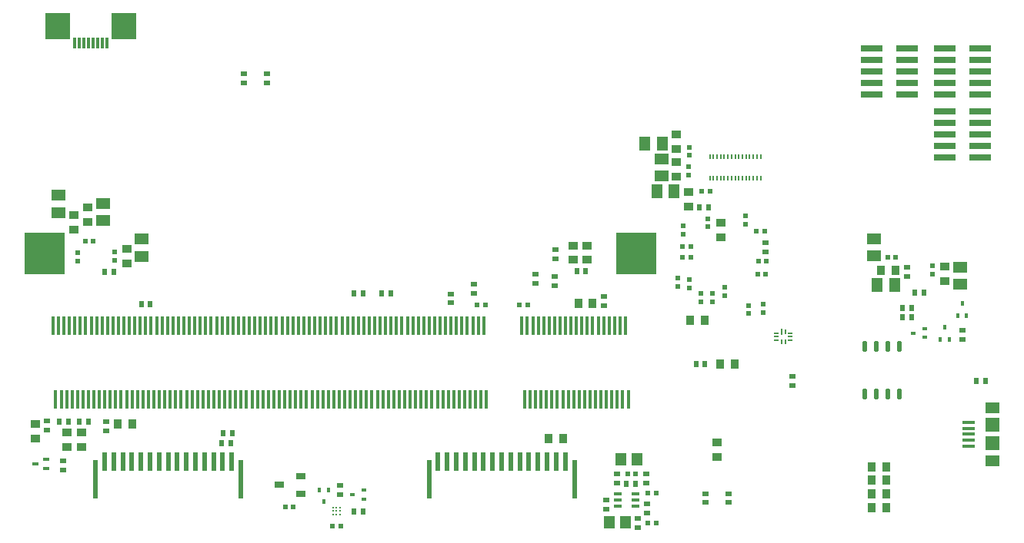
<source format=gbp>
G04*
G04 #@! TF.GenerationSoftware,Altium Limited,Altium Designer,19.1.8 (144)*
G04*
G04 Layer_Color=128*
%FSLAX44Y44*%
%MOMM*%
G71*
G01*
G75*
%ADD13C,0.2500*%
%ADD23R,0.5500X0.6500*%
%ADD30R,0.6500X0.5500*%
%ADD32R,0.9000X1.0000*%
%ADD40R,1.0000X0.9000*%
%ADD41R,0.7100X0.3000*%
%ADD48R,0.6200X0.6200*%
%ADD49R,0.6200X0.6200*%
%ADD164R,1.1500X1.4500*%
%ADD165R,0.3000X1.2000*%
%ADD166R,2.7000X3.0000*%
%ADD167R,0.3800X2.0500*%
%ADD168R,4.5000X4.6000*%
%ADD169R,1.3000X1.5000*%
%ADD170R,1.5000X1.3000*%
%ADD171R,0.5630X0.2250*%
%ADD172R,0.2250X0.5630*%
%ADD173R,0.2250X0.6630*%
%ADD174R,0.2200X0.5000*%
%ADD175R,1.0000X0.8000*%
%ADD176R,0.9000X0.4000*%
%ADD177O,0.5500X1.2500*%
%ADD178R,0.4000X0.5100*%
%ADD179R,0.5100X0.4000*%
%ADD180R,1.5500X1.5000*%
%ADD181R,1.3500X0.4000*%
%ADD182R,0.6000X4.2000*%
%ADD183R,0.6000X2.0000*%
%ADD184R,2.4000X0.7600*%
%ADD185R,1.5500X1.2000*%
%ADD186R,1.5500X1.2000*%
D13*
X357183Y31250D02*
D03*
Y39250D02*
D03*
Y35250D02*
D03*
X365183Y31250D02*
D03*
Y39250D02*
D03*
Y35250D02*
D03*
X361184Y31250D02*
D03*
Y39250D02*
D03*
Y35250D02*
D03*
D23*
X625533Y299483D02*
D03*
X635533D02*
D03*
X770900Y369563D02*
D03*
X760900D02*
D03*
X411184Y274750D02*
D03*
X421184D02*
D03*
X390183Y274750D02*
D03*
X380183D02*
D03*
X680250Y65000D02*
D03*
X690250D02*
D03*
X66234Y133709D02*
D03*
X56234D02*
D03*
X78000Y134000D02*
D03*
X88000D02*
D03*
X146439Y263677D02*
D03*
X156439D02*
D03*
X246663Y121418D02*
D03*
X236663D02*
D03*
X245184Y110000D02*
D03*
X235184D02*
D03*
X1065607Y178375D02*
D03*
X1075607D02*
D03*
X994000Y259313D02*
D03*
X984000D02*
D03*
X116000Y299000D02*
D03*
X106000D02*
D03*
X997857Y275655D02*
D03*
X1007857D02*
D03*
X390284Y34366D02*
D03*
X380284D02*
D03*
X756835Y197280D02*
D03*
X766835D02*
D03*
X984000Y249100D02*
D03*
X994000D02*
D03*
D30*
X989000Y304156D02*
D03*
Y294156D02*
D03*
X833230Y321056D02*
D03*
Y331056D02*
D03*
X60184Y80813D02*
D03*
Y90813D02*
D03*
X601000Y284000D02*
D03*
Y294000D02*
D03*
X580565Y286326D02*
D03*
Y296326D02*
D03*
X487284Y264663D02*
D03*
Y274663D02*
D03*
X512166Y275056D02*
D03*
Y285056D02*
D03*
X670284Y76000D02*
D03*
Y66000D02*
D03*
X702000Y76000D02*
D03*
Y66000D02*
D03*
X693000Y27000D02*
D03*
Y17000D02*
D03*
X658000Y37000D02*
D03*
Y47000D02*
D03*
X703000Y33000D02*
D03*
Y43000D02*
D03*
X43000Y134300D02*
D03*
Y124300D02*
D03*
X108000Y134000D02*
D03*
Y124000D02*
D03*
X655250Y271649D02*
D03*
Y261649D02*
D03*
X284400Y507250D02*
D03*
Y517250D02*
D03*
X259000Y507000D02*
D03*
Y517000D02*
D03*
X602000Y323000D02*
D03*
Y313000D02*
D03*
X365183Y63450D02*
D03*
Y53450D02*
D03*
X792721Y44517D02*
D03*
Y54517D02*
D03*
X766969Y44517D02*
D03*
Y54517D02*
D03*
X863200Y183375D02*
D03*
Y173375D02*
D03*
X1049770Y224246D02*
D03*
Y234246D02*
D03*
D32*
X766500Y245100D02*
D03*
X750500D02*
D03*
X120403Y131500D02*
D03*
X136403D02*
D03*
X627284Y264280D02*
D03*
X643283D02*
D03*
X594750Y114975D02*
D03*
X610750D02*
D03*
X950000Y84000D02*
D03*
X966000D02*
D03*
X950000Y69000D02*
D03*
X966000D02*
D03*
X950000Y54000D02*
D03*
X966000D02*
D03*
X950000Y39000D02*
D03*
X966000D02*
D03*
X960600Y300794D02*
D03*
X976600D02*
D03*
X799793Y197280D02*
D03*
X783794D02*
D03*
D40*
X622000Y328000D02*
D03*
Y312000D02*
D03*
X637000Y328000D02*
D03*
Y312000D02*
D03*
X780000Y111050D02*
D03*
Y95050D02*
D03*
X30000Y131460D02*
D03*
Y115460D02*
D03*
X65000Y121500D02*
D03*
Y105500D02*
D03*
X80283Y121500D02*
D03*
Y105500D02*
D03*
X784000Y353257D02*
D03*
Y337257D02*
D03*
X130656Y324263D02*
D03*
Y308263D02*
D03*
X72183Y361565D02*
D03*
Y345565D02*
D03*
X87470Y369565D02*
D03*
Y353565D02*
D03*
X1030945Y288517D02*
D03*
Y304517D02*
D03*
X735000Y450000D02*
D03*
Y434000D02*
D03*
X735116Y403689D02*
D03*
Y419688D02*
D03*
X749000Y371000D02*
D03*
Y387000D02*
D03*
D41*
X29490Y87414D02*
D03*
X41690Y82414D02*
D03*
Y92414D02*
D03*
D48*
X814900Y252749D02*
D03*
Y261749D02*
D03*
X737045Y292156D02*
D03*
Y283156D02*
D03*
X742558Y349600D02*
D03*
Y340600D02*
D03*
X749500Y290495D02*
D03*
Y281495D02*
D03*
X762526Y274756D02*
D03*
Y265756D02*
D03*
X774830Y274901D02*
D03*
Y265901D02*
D03*
X830889Y254149D02*
D03*
Y263149D02*
D03*
X788694Y281556D02*
D03*
Y272556D02*
D03*
X811000Y351500D02*
D03*
Y360500D02*
D03*
X770064Y348652D02*
D03*
Y357651D02*
D03*
X117000Y320763D02*
D03*
Y311763D02*
D03*
X76849Y310789D02*
D03*
Y319789D02*
D03*
X1016854Y296617D02*
D03*
Y305617D02*
D03*
X749135Y436351D02*
D03*
Y427351D02*
D03*
X748552Y405951D02*
D03*
Y414951D02*
D03*
D49*
X681500Y76000D02*
D03*
X690500D02*
D03*
X713175Y55000D02*
D03*
X704175D02*
D03*
X713175Y22000D02*
D03*
X704175D02*
D03*
X823500Y344000D02*
D03*
X832500D02*
D03*
X825625Y311056D02*
D03*
X834625D02*
D03*
X824600Y296056D02*
D03*
X833600D02*
D03*
X750937Y326644D02*
D03*
X741937D02*
D03*
X750850Y314656D02*
D03*
X741850D02*
D03*
X93684Y332895D02*
D03*
X84684D02*
D03*
X967600Y314844D02*
D03*
X976600D02*
D03*
X772011Y387456D02*
D03*
X763011D02*
D03*
X365684Y19000D02*
D03*
X356684D02*
D03*
X313683Y39600D02*
D03*
X304683D02*
D03*
X516003Y262801D02*
D03*
X525003D02*
D03*
X571499Y262656D02*
D03*
X562499D02*
D03*
D164*
X679284Y22500D02*
D03*
X661283D02*
D03*
X692000Y92000D02*
D03*
X674000D02*
D03*
D165*
X108349Y550864D02*
D03*
X103349D02*
D03*
X98349D02*
D03*
X73348D02*
D03*
X78348D02*
D03*
X83349D02*
D03*
X88349D02*
D03*
X93349D02*
D03*
D166*
X54049Y569464D02*
D03*
X127648D02*
D03*
D167*
X682283Y157960D02*
D03*
D03*
X679284Y239960D02*
D03*
X676283Y157960D02*
D03*
X670284D02*
D03*
X664284D02*
D03*
X658283D02*
D03*
X652283D02*
D03*
X646283D02*
D03*
X640284D02*
D03*
X634283D02*
D03*
X628284D02*
D03*
X622284D02*
D03*
X616283D02*
D03*
X610284D02*
D03*
X604283D02*
D03*
X598284D02*
D03*
X592284D02*
D03*
X586283D02*
D03*
X580284D02*
D03*
X574283D02*
D03*
X568284D02*
D03*
X526283D02*
D03*
X520284D02*
D03*
X514283D02*
D03*
X508284D02*
D03*
X502284D02*
D03*
X496283D02*
D03*
X490284D02*
D03*
X484283D02*
D03*
X478284D02*
D03*
X472284D02*
D03*
X466283D02*
D03*
X460284D02*
D03*
X454283D02*
D03*
X448284D02*
D03*
X442284D02*
D03*
X436283D02*
D03*
X430284D02*
D03*
X424283D02*
D03*
X418284D02*
D03*
X412284D02*
D03*
X406283D02*
D03*
X400284D02*
D03*
X394283D02*
D03*
X388284D02*
D03*
X382284D02*
D03*
X376283D02*
D03*
X370284D02*
D03*
X364283D02*
D03*
X358284D02*
D03*
X352284D02*
D03*
X346283D02*
D03*
X340284D02*
D03*
X334283D02*
D03*
X328284D02*
D03*
X322284D02*
D03*
X316283D02*
D03*
X310284D02*
D03*
X304284D02*
D03*
X298284D02*
D03*
X292283D02*
D03*
X286283D02*
D03*
X280284D02*
D03*
X274284D02*
D03*
X268284D02*
D03*
X262283D02*
D03*
X256283D02*
D03*
X250284D02*
D03*
X244284D02*
D03*
X238284D02*
D03*
X232283D02*
D03*
X226283D02*
D03*
X220284D02*
D03*
X214284D02*
D03*
X208284D02*
D03*
X202283D02*
D03*
X196283D02*
D03*
X190284D02*
D03*
X184284D02*
D03*
X178284D02*
D03*
X172283D02*
D03*
X166283D02*
D03*
X160284D02*
D03*
X154284D02*
D03*
X148284D02*
D03*
X142283D02*
D03*
X136284D02*
D03*
X130283D02*
D03*
X124284D02*
D03*
X118284D02*
D03*
X112283D02*
D03*
X106284D02*
D03*
X100283D02*
D03*
X94284D02*
D03*
X88284D02*
D03*
X82283D02*
D03*
X76283D02*
D03*
X70283D02*
D03*
X64283D02*
D03*
X58284D02*
D03*
X52284D02*
D03*
X679284Y239960D02*
D03*
X673283D02*
D03*
X667283D02*
D03*
X661283D02*
D03*
X655284D02*
D03*
X649284D02*
D03*
X643283D02*
D03*
X637284D02*
D03*
X631283D02*
D03*
X625284D02*
D03*
X619283D02*
D03*
X613284D02*
D03*
X607284D02*
D03*
X601283D02*
D03*
X595284D02*
D03*
X589283D02*
D03*
X583284D02*
D03*
X577284D02*
D03*
X571283D02*
D03*
X565284D02*
D03*
X523284D02*
D03*
X517284D02*
D03*
X511283D02*
D03*
X505284D02*
D03*
X499283D02*
D03*
X493284D02*
D03*
X487284D02*
D03*
X481283D02*
D03*
X475284D02*
D03*
X469283D02*
D03*
X463284D02*
D03*
X457284D02*
D03*
X451283D02*
D03*
X445284D02*
D03*
X439283D02*
D03*
X433284D02*
D03*
X427284D02*
D03*
X421283D02*
D03*
X415284D02*
D03*
X409283D02*
D03*
X403284D02*
D03*
X397284D02*
D03*
X391283D02*
D03*
X385284D02*
D03*
X379283D02*
D03*
X373284D02*
D03*
X367284D02*
D03*
X361283D02*
D03*
X355284D02*
D03*
X349283D02*
D03*
X343284D02*
D03*
X337284D02*
D03*
X331283D02*
D03*
X325284D02*
D03*
X319284D02*
D03*
X313284D02*
D03*
X307283D02*
D03*
X301283D02*
D03*
X295284D02*
D03*
X289284D02*
D03*
X283284D02*
D03*
X277283D02*
D03*
X271283D02*
D03*
X265284D02*
D03*
X259284D02*
D03*
X253284D02*
D03*
X247283D02*
D03*
X241283D02*
D03*
X235284D02*
D03*
X229284D02*
D03*
X223284D02*
D03*
X217283D02*
D03*
X211283D02*
D03*
X205284D02*
D03*
X199284D02*
D03*
X193284D02*
D03*
X187283D02*
D03*
X181283D02*
D03*
X175284D02*
D03*
X169284D02*
D03*
X163284D02*
D03*
X157283D02*
D03*
X151284D02*
D03*
X145283D02*
D03*
X139284D02*
D03*
X133284D02*
D03*
X127283D02*
D03*
X121284D02*
D03*
X115283D02*
D03*
X109284D02*
D03*
X103284D02*
D03*
X97283D02*
D03*
X91284D02*
D03*
X85283D02*
D03*
X79283D02*
D03*
X73284D02*
D03*
X67284D02*
D03*
X61283D02*
D03*
X55283D02*
D03*
X49283D02*
D03*
D168*
X691283Y318960D02*
D03*
X40283D02*
D03*
D169*
X719800Y439911D02*
D03*
X700800D02*
D03*
X732901Y387456D02*
D03*
X713901D02*
D03*
X975363Y284406D02*
D03*
X956363D02*
D03*
D170*
X719000Y404500D02*
D03*
Y423500D02*
D03*
X1047304Y284959D02*
D03*
Y303959D02*
D03*
X147000Y316080D02*
D03*
Y335080D02*
D03*
X953000Y316500D02*
D03*
Y335500D02*
D03*
X104000Y374565D02*
D03*
Y355565D02*
D03*
X55550Y364115D02*
D03*
Y383115D02*
D03*
D171*
X845408Y231538D02*
D03*
Y227538D02*
D03*
Y223538D02*
D03*
X860779D02*
D03*
Y227538D02*
D03*
Y231538D02*
D03*
D172*
X851094Y221853D02*
D03*
X855094D02*
D03*
Y233223D02*
D03*
D173*
X851094Y232723D02*
D03*
D174*
X808000Y402000D02*
D03*
X812000D02*
D03*
X828000Y426000D02*
D03*
X824000D02*
D03*
X820000D02*
D03*
X816000D02*
D03*
X812000D02*
D03*
X808000D02*
D03*
X804000D02*
D03*
X800000D02*
D03*
X796000D02*
D03*
X792000D02*
D03*
X788000D02*
D03*
X784000D02*
D03*
X780000D02*
D03*
X776000D02*
D03*
X772000D02*
D03*
Y402000D02*
D03*
X776000D02*
D03*
X780000D02*
D03*
X784000D02*
D03*
X788000D02*
D03*
X792000D02*
D03*
X796000D02*
D03*
X800000D02*
D03*
X804000D02*
D03*
X816000D02*
D03*
X820000D02*
D03*
X824000D02*
D03*
X828000D02*
D03*
D175*
X298284Y64000D02*
D03*
X322284Y54500D02*
D03*
Y73500D02*
D03*
D176*
X670883Y40803D02*
D03*
Y47303D02*
D03*
Y53803D02*
D03*
X689883D02*
D03*
Y47303D02*
D03*
Y40803D02*
D03*
D177*
X942762Y216325D02*
D03*
X955462D02*
D03*
X968162D02*
D03*
X980862D02*
D03*
X942762Y163825D02*
D03*
X955462D02*
D03*
X968162D02*
D03*
X980862D02*
D03*
D178*
X1049770Y263749D02*
D03*
X1044770Y250749D02*
D03*
X1054770D02*
D03*
X347183Y45500D02*
D03*
X352183Y58500D02*
D03*
X342183D02*
D03*
X1030945Y237776D02*
D03*
X1025945Y224776D02*
D03*
X1035945D02*
D03*
D179*
X378783Y53450D02*
D03*
X391783Y48450D02*
D03*
Y58450D02*
D03*
X995950Y231496D02*
D03*
X1008950Y226496D02*
D03*
Y236496D02*
D03*
D180*
X1083500Y110000D02*
D03*
Y130000D02*
D03*
D181*
X1056500Y107000D02*
D03*
Y113500D02*
D03*
Y120000D02*
D03*
Y126500D02*
D03*
Y133000D02*
D03*
D182*
X256000Y70000D02*
D03*
X96000D02*
D03*
X623000D02*
D03*
X463000D02*
D03*
D183*
X246000Y90000D02*
D03*
X236000D02*
D03*
X226000D02*
D03*
X216000D02*
D03*
X206000D02*
D03*
X196000D02*
D03*
X186000D02*
D03*
X176000D02*
D03*
X166000D02*
D03*
X156000D02*
D03*
X146000D02*
D03*
X136000D02*
D03*
X126000D02*
D03*
X116000D02*
D03*
X106000D02*
D03*
X613000D02*
D03*
X603000D02*
D03*
X593000D02*
D03*
X583000D02*
D03*
X573000D02*
D03*
X563000D02*
D03*
X553000D02*
D03*
X543000D02*
D03*
X533000D02*
D03*
X523000D02*
D03*
X513000D02*
D03*
X503000D02*
D03*
X493000D02*
D03*
X483000D02*
D03*
X473000D02*
D03*
D184*
X1030500Y424600D02*
D03*
Y437300D02*
D03*
Y450000D02*
D03*
Y462700D02*
D03*
Y475400D02*
D03*
X1069500Y424600D02*
D03*
Y437300D02*
D03*
Y450000D02*
D03*
Y462700D02*
D03*
Y475400D02*
D03*
X950500Y494600D02*
D03*
Y507300D02*
D03*
Y520000D02*
D03*
Y532700D02*
D03*
Y545400D02*
D03*
X989500Y494600D02*
D03*
Y507300D02*
D03*
Y520000D02*
D03*
Y532700D02*
D03*
Y545400D02*
D03*
X1030500Y494600D02*
D03*
Y507300D02*
D03*
Y520000D02*
D03*
Y532700D02*
D03*
Y545400D02*
D03*
X1069500Y494600D02*
D03*
Y507300D02*
D03*
Y520000D02*
D03*
Y532700D02*
D03*
Y545400D02*
D03*
D185*
X1083500Y91000D02*
D03*
D186*
X1083499Y149000D02*
D03*
M02*

</source>
